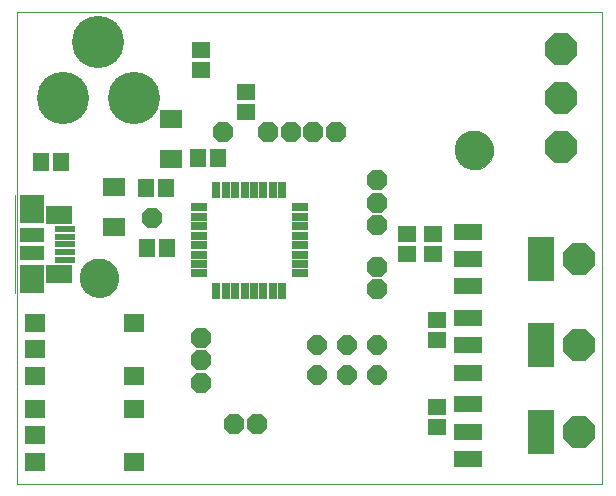
<source format=gts>
G75*
G70*
%OFA0B0*%
%FSLAX24Y24*%
%IPPOS*%
%LPD*%
%AMOC8*
5,1,8,0,0,1.08239X$1,22.5*
%
%ADD10C,0.0000*%
%ADD11C,0.1300*%
%ADD12R,0.0540X0.0260*%
%ADD13R,0.0260X0.0540*%
%ADD14C,0.1740*%
%ADD15R,0.0631X0.0552*%
%ADD16R,0.0552X0.0631*%
%ADD17OC8,0.1040*%
%ADD18R,0.0920X0.0520*%
%ADD19R,0.0906X0.1457*%
%ADD20R,0.0670X0.0591*%
%ADD21R,0.0709X0.0217*%
%ADD22R,0.0867X0.0621*%
%ADD23R,0.0788X0.0975*%
%ADD24R,0.0827X0.0453*%
%ADD25OC8,0.0640*%
%ADD26OC8,0.0670*%
%ADD27R,0.0749X0.0591*%
D10*
X002000Y000430D02*
X002000Y016176D01*
X021495Y016176D01*
X021495Y000430D01*
X002000Y000430D01*
X001929Y006796D02*
X001929Y010064D01*
X004120Y007305D02*
X004122Y007355D01*
X004128Y007405D01*
X004138Y007454D01*
X004152Y007502D01*
X004169Y007549D01*
X004190Y007594D01*
X004215Y007638D01*
X004243Y007679D01*
X004275Y007718D01*
X004309Y007755D01*
X004346Y007789D01*
X004386Y007819D01*
X004428Y007846D01*
X004472Y007870D01*
X004518Y007891D01*
X004565Y007907D01*
X004613Y007920D01*
X004663Y007929D01*
X004712Y007934D01*
X004763Y007935D01*
X004813Y007932D01*
X004862Y007925D01*
X004911Y007914D01*
X004959Y007899D01*
X005005Y007881D01*
X005050Y007859D01*
X005093Y007833D01*
X005134Y007804D01*
X005173Y007772D01*
X005209Y007737D01*
X005241Y007699D01*
X005271Y007659D01*
X005298Y007616D01*
X005321Y007572D01*
X005340Y007526D01*
X005356Y007478D01*
X005368Y007429D01*
X005376Y007380D01*
X005380Y007330D01*
X005380Y007280D01*
X005376Y007230D01*
X005368Y007181D01*
X005356Y007132D01*
X005340Y007084D01*
X005321Y007038D01*
X005298Y006994D01*
X005271Y006951D01*
X005241Y006911D01*
X005209Y006873D01*
X005173Y006838D01*
X005134Y006806D01*
X005093Y006777D01*
X005050Y006751D01*
X005005Y006729D01*
X004959Y006711D01*
X004911Y006696D01*
X004862Y006685D01*
X004813Y006678D01*
X004763Y006675D01*
X004712Y006676D01*
X004663Y006681D01*
X004613Y006690D01*
X004565Y006703D01*
X004518Y006719D01*
X004472Y006740D01*
X004428Y006764D01*
X004386Y006791D01*
X004346Y006821D01*
X004309Y006855D01*
X004275Y006892D01*
X004243Y006931D01*
X004215Y006972D01*
X004190Y007016D01*
X004169Y007061D01*
X004152Y007108D01*
X004138Y007156D01*
X004128Y007205D01*
X004122Y007255D01*
X004120Y007305D01*
X016620Y011555D02*
X016622Y011605D01*
X016628Y011655D01*
X016638Y011704D01*
X016652Y011752D01*
X016669Y011799D01*
X016690Y011844D01*
X016715Y011888D01*
X016743Y011929D01*
X016775Y011968D01*
X016809Y012005D01*
X016846Y012039D01*
X016886Y012069D01*
X016928Y012096D01*
X016972Y012120D01*
X017018Y012141D01*
X017065Y012157D01*
X017113Y012170D01*
X017163Y012179D01*
X017212Y012184D01*
X017263Y012185D01*
X017313Y012182D01*
X017362Y012175D01*
X017411Y012164D01*
X017459Y012149D01*
X017505Y012131D01*
X017550Y012109D01*
X017593Y012083D01*
X017634Y012054D01*
X017673Y012022D01*
X017709Y011987D01*
X017741Y011949D01*
X017771Y011909D01*
X017798Y011866D01*
X017821Y011822D01*
X017840Y011776D01*
X017856Y011728D01*
X017868Y011679D01*
X017876Y011630D01*
X017880Y011580D01*
X017880Y011530D01*
X017876Y011480D01*
X017868Y011431D01*
X017856Y011382D01*
X017840Y011334D01*
X017821Y011288D01*
X017798Y011244D01*
X017771Y011201D01*
X017741Y011161D01*
X017709Y011123D01*
X017673Y011088D01*
X017634Y011056D01*
X017593Y011027D01*
X017550Y011001D01*
X017505Y010979D01*
X017459Y010961D01*
X017411Y010946D01*
X017362Y010935D01*
X017313Y010928D01*
X017263Y010925D01*
X017212Y010926D01*
X017163Y010931D01*
X017113Y010940D01*
X017065Y010953D01*
X017018Y010969D01*
X016972Y010990D01*
X016928Y011014D01*
X016886Y011041D01*
X016846Y011071D01*
X016809Y011105D01*
X016775Y011142D01*
X016743Y011181D01*
X016715Y011222D01*
X016690Y011266D01*
X016669Y011311D01*
X016652Y011358D01*
X016638Y011406D01*
X016628Y011455D01*
X016622Y011505D01*
X016620Y011555D01*
D11*
X017250Y011555D03*
X004750Y007305D03*
D12*
X008060Y007453D03*
X008060Y007768D03*
X008060Y008083D03*
X008060Y008398D03*
X008060Y008712D03*
X008060Y009027D03*
X008060Y009342D03*
X008060Y009657D03*
X011440Y009657D03*
X011440Y009342D03*
X011440Y009027D03*
X011440Y008712D03*
X011440Y008398D03*
X011440Y008083D03*
X011440Y007768D03*
X011440Y007453D03*
D13*
X010852Y006865D03*
X010537Y006865D03*
X010222Y006865D03*
X009907Y006865D03*
X009593Y006865D03*
X009278Y006865D03*
X008963Y006865D03*
X008648Y006865D03*
X008648Y010245D03*
X008963Y010245D03*
X009278Y010245D03*
X009593Y010245D03*
X009907Y010245D03*
X010222Y010245D03*
X010537Y010245D03*
X010852Y010245D03*
D14*
X005894Y013305D03*
X003531Y013305D03*
X004713Y015155D03*
D15*
X008125Y014890D03*
X008125Y014220D03*
X009625Y013515D03*
X009625Y012845D03*
X015000Y008765D03*
X015875Y008765D03*
X015875Y008095D03*
X015000Y008095D03*
X016000Y005890D03*
X016000Y005220D03*
X016000Y003015D03*
X016000Y002345D03*
D16*
X007022Y008305D03*
X006353Y008305D03*
X006290Y010305D03*
X006960Y010305D03*
X008040Y011305D03*
X008710Y011305D03*
X003460Y011180D03*
X002790Y011180D03*
D17*
X020125Y011680D03*
X020125Y013305D03*
X020125Y014930D03*
X020750Y007930D03*
X020750Y005055D03*
X020750Y002180D03*
D18*
X017030Y002180D03*
X017030Y003090D03*
X017030Y004145D03*
X017030Y005055D03*
X017030Y005965D03*
X017030Y007020D03*
X017030Y007930D03*
X017030Y008840D03*
X017030Y001270D03*
D19*
X019470Y002180D03*
X019470Y005055D03*
X019470Y007930D03*
D20*
X005904Y005816D03*
X005904Y004044D03*
X005904Y002941D03*
X005904Y001169D03*
X002596Y001169D03*
X002596Y002055D03*
X002596Y002941D03*
X002596Y004044D03*
X002596Y004930D03*
X002596Y005816D03*
D21*
X003602Y007918D03*
X003602Y008174D03*
X003602Y008430D03*
X003602Y008686D03*
X003602Y008942D03*
D22*
X003406Y009414D03*
X003406Y007446D03*
D23*
X002500Y007269D03*
X002500Y009591D03*
D24*
X002500Y008735D03*
X002500Y008125D03*
D25*
X012000Y005055D03*
X013000Y005055D03*
X014000Y005055D03*
X014000Y004055D03*
X013000Y004055D03*
X012000Y004055D03*
D26*
X010000Y002430D03*
X009250Y002430D03*
X008125Y003805D03*
X008125Y004555D03*
X008125Y005305D03*
X006500Y009305D03*
X008875Y012180D03*
X010375Y012180D03*
X011125Y012180D03*
X011875Y012180D03*
X012625Y012180D03*
X014000Y010555D03*
X014000Y009805D03*
X014000Y009055D03*
X014000Y007680D03*
X014000Y006930D03*
D27*
X007125Y011261D03*
X007125Y012599D03*
X005250Y010349D03*
X005250Y009011D03*
M02*

</source>
